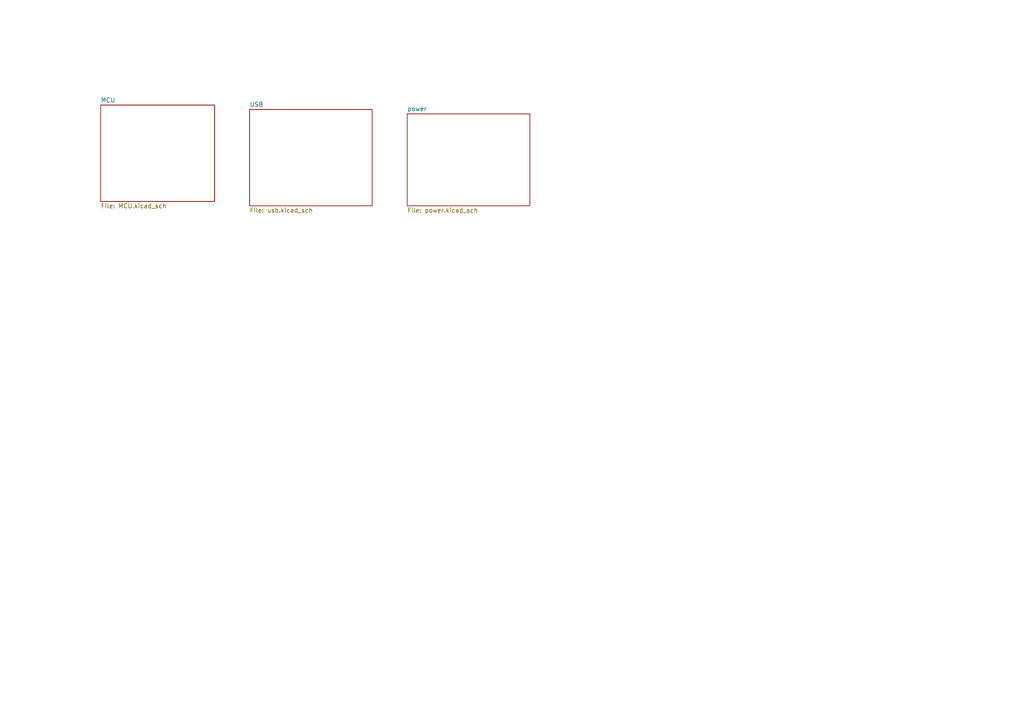
<source format=kicad_sch>
(kicad_sch
	(version 20231120)
	(generator "eeschema")
	(generator_version "8.0")
	(uuid "cae5b0ba-cc42-4347-bdfb-a704c1b808ff")
	(paper "A4")
	(lib_symbols)
	(sheet
		(at 118.11 33.02)
		(size 35.56 26.67)
		(fields_autoplaced yes)
		(stroke
			(width 0.1524)
			(type solid)
		)
		(fill
			(color 0 0 0 0.0000)
		)
		(uuid "2ee95013-77be-4b2e-9d54-3c8eff576e64")
		(property "Sheetname" "power"
			(at 118.11 32.3084 0)
			(effects
				(font
					(size 1.27 1.27)
				)
				(justify left bottom)
			)
		)
		(property "Sheetfile" "power.kicad_sch"
			(at 118.11 60.2746 0)
			(effects
				(font
					(size 1.27 1.27)
				)
				(justify left top)
			)
		)
		(instances
			(project "STM32F405RGT6_BlackPill"
				(path "/cae5b0ba-cc42-4347-bdfb-a704c1b808ff"
					(page "4")
				)
			)
		)
	)
	(sheet
		(at 29.21 30.48)
		(size 33.02 27.94)
		(fields_autoplaced yes)
		(stroke
			(width 0.1524)
			(type solid)
		)
		(fill
			(color 0 0 0 0.0000)
		)
		(uuid "dd7f6eda-dc83-4b84-a9a2-d4778c0007f8")
		(property "Sheetname" "MCU"
			(at 29.21 29.7684 0)
			(effects
				(font
					(size 1.27 1.27)
				)
				(justify left bottom)
			)
		)
		(property "Sheetfile" "MCU.kicad_sch"
			(at 29.21 59.0046 0)
			(effects
				(font
					(size 1.27 1.27)
				)
				(justify left top)
			)
		)
		(instances
			(project "STM32F405RGT6_BlackPill"
				(path "/cae5b0ba-cc42-4347-bdfb-a704c1b808ff"
					(page "2")
				)
			)
		)
	)
	(sheet
		(at 72.39 31.75)
		(size 35.56 27.94)
		(fields_autoplaced yes)
		(stroke
			(width 0.1524)
			(type solid)
		)
		(fill
			(color 0 0 0 0.0000)
		)
		(uuid "eb317edf-4a76-4641-bee6-7756ac9721d3")
		(property "Sheetname" "USB"
			(at 72.39 31.0384 0)
			(effects
				(font
					(size 1.27 1.27)
				)
				(justify left bottom)
			)
		)
		(property "Sheetfile" "usb.kicad_sch"
			(at 72.39 60.2746 0)
			(effects
				(font
					(size 1.27 1.27)
				)
				(justify left top)
			)
		)
		(instances
			(project "STM32F405RGT6_BlackPill"
				(path "/cae5b0ba-cc42-4347-bdfb-a704c1b808ff"
					(page "3")
				)
			)
		)
	)
	(sheet_instances
		(path "/"
			(page "1")
		)
	)
)

</source>
